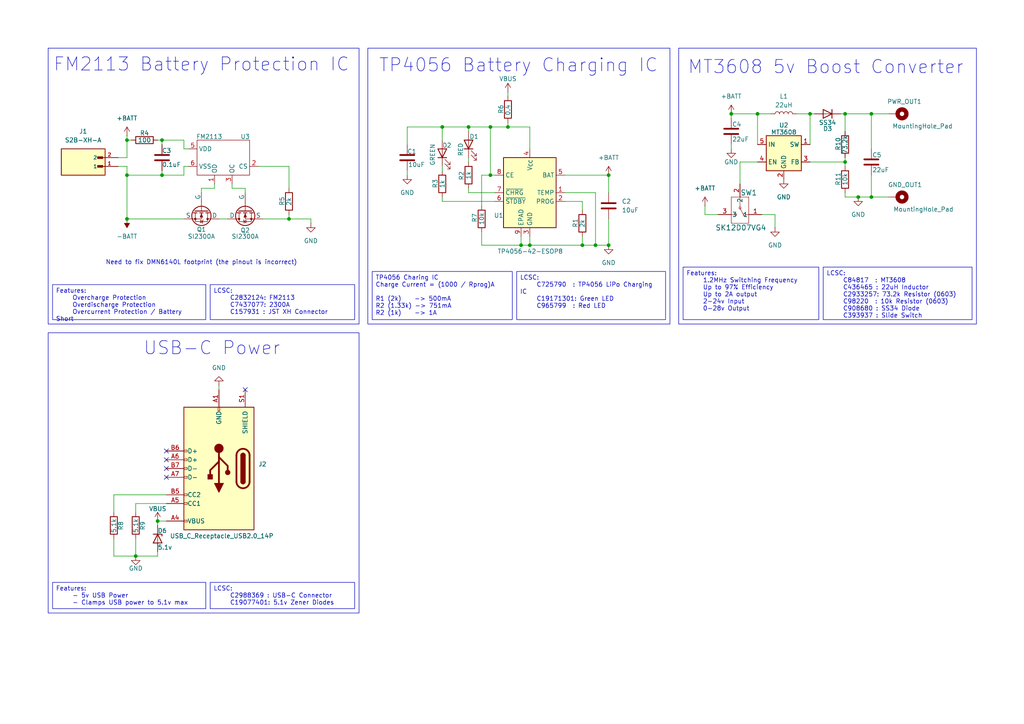
<source format=kicad_sch>
(kicad_sch (version 20250114) (generator "eeschema") (generator_version "9.0")
  (paper "A4")
  (lib_symbols
    (symbol "Battery_Management:TP4056-42-ESOP8"
      (property "Reference" "U" (at -6.604 11.684 0))
      (property "Value" "TP4056-42-ESOP8" (at 10.16 11.684 0))
      (symbol "TP4056-42-ESOP8_1_0"
        (pin input line (at -10.16 5.08 0) (length 2.54) (name "CE") (number "8"))
        (pin open_collector line (at -10.16 0 0) (length 2.54) (name "~{CHRG}") (number "7"))
        (pin open_collector line (at -10.16 -2.54 0) (length 2.54) (name "~{STDBY}") (number "6"))
        (pin passive line (at -2.54 -12.7 90) (length 2.54) (name "EPAD") (number "9"))
        (pin power_in line (at 0 12.7 270) (length 2.54) (name "V_{CC}") (number "4"))
        (pin power_in line (at 0 -12.7 90) (length 2.54) (name "GND") (number "3"))
        (pin power_out line (at 10.16 5.08 180) (length 2.54) (name "BAT") (number "5"))
        (pin input line (at 10.16 0 180) (length 2.54) (name "TEMP") (number "1"))
        (pin passive line (at 10.16 -2.54 180) (length 2.54) (name "PROG") (number "2"))
      )
      (symbol "TP4056-42-ESOP8_1_1"
        (rectangle (start -7.62 10.16) (end 7.62 -10.16) (stroke (width 0.254)) (fill (type background)))
      )
    )
    (symbol "Connector:USB_C_Receptacle_USB2.0_14P" (pin_names (offset 1.016))
      (property "Reference" "J2" (at -11.43 -1.2701 0))
      (property "Value" "USB_C_Receptacle_USB2.0_14P" (at 14.224 19.558 0))
      (symbol "USB_C_Receptacle_USB2.0_14P_0_0"
        (rectangle (start -0.254 -17.78) (end 0.254 -16.764))
        (rectangle (start 10.16 15.494) (end 9.144 14.986))
        (rectangle (start 10.16 10.414) (end 9.144 9.906))
        (rectangle (start 10.16 7.874) (end 9.144 7.366))
        (rectangle (start 10.16 2.794) (end 9.144 2.286))
        (rectangle (start 10.16 0.254) (end 9.144 -0.254))
        (rectangle (start 10.16 -2.286) (end 9.144 -2.794))
        (rectangle (start 10.16 -4.826) (end 9.144 -5.334))
      )
      (symbol "USB_C_Receptacle_USB2.0_14P_0_1"
        (rectangle (start -10.16 17.78) (end 10.16 -17.78) (stroke (width 0.254)) (fill (type background)))
        (polyline (pts (xy -8.89 -3.81) (xy -8.89 3.81)) (stroke (width 0.508)))
        (rectangle (start -7.62 -3.81) (end -6.35 3.81) (stroke (width 0.254)) (fill (type outline)))
        (arc (start -7.62 3.81) (mid -6.985 4.4423) (end -6.35 3.81) (stroke (width 0.254)))
        (arc (start -7.62 3.81) (mid -6.985 4.4423) (end -6.35 3.81) (stroke (width 0.254)) (fill (type outline)))
        (arc (start -8.89 3.81) (mid -6.985 5.7067) (end -5.08 3.81) (stroke (width 0.508)))
        (arc (start -5.08 -3.81) (mid -6.985 -5.7067) (end -8.89 -3.81) (stroke (width 0.508)))
        (arc (start -6.35 -3.81) (mid -6.985 -4.4423) (end -7.62 -3.81) (stroke (width 0.254)))
        (arc (start -6.35 -3.81) (mid -6.985 -4.4423) (end -7.62 -3.81) (stroke (width 0.254)) (fill (type outline)))
        (polyline (pts (xy -5.08 3.81) (xy -5.08 -3.81)) (stroke (width 0.508)))
        (circle (center -2.54 1.143) (radius 0.635) (stroke (width 0.254)) (fill (type outline)))
        (polyline (pts (xy -1.27 4.318) (xy 0 6.858) (xy 1.27 4.318) (xy -1.27 4.318)) (stroke (width 0.254)) (fill (type outline)))
        (polyline (pts (xy 0 -2.032) (xy 2.54 0.508) (xy 2.54 1.778)) (stroke (width 0.508)))
        (polyline (pts (xy 0 -3.302) (xy -2.54 -0.762) (xy -2.54 0.508)) (stroke (width 0.508)))
        (polyline (pts (xy 0 -5.842) (xy 0 4.318)) (stroke (width 0.508)))
        (circle (center 0 -5.842) (radius 1.27) (fill (type outline)))
        (rectangle (start 1.905 1.778) (end 3.175 3.048) (stroke (width 0.254)) (fill (type outline)))
      )
      (symbol "USB_C_Receptacle_USB2.0_14P_1_1"
        (pin passive line (at -7.62 -22.86 90) (length 5.08) (name "SHIELD") (number "S1"))
        (pin power_out line (at 0 -22.86 90) (length 5.08) (name "GND") (number "A1"))
        (pin passive line (at 0 -22.86 90) (length 5.08) (hide yes) (name "GND") (number "A12"))
        (pin passive line (at 0 -22.86 90) (length 5.08) (hide yes) (name "GND") (number "B1"))
        (pin passive line (at 0 -22.86 90) (length 5.08) (hide yes) (name "GND") (number "B12"))
        (pin power_out line (at 15.24 15.24 180) (length 5.08) (name "VBUS") (number "A4"))
        (pin passive line (at 15.24 15.24 180) (length 5.08) (hide yes) (name "VBUS") (number "A9"))
        (pin passive line (at 15.24 15.24 180) (length 5.08) (hide yes) (name "VBUS") (number "B4"))
        (pin passive line (at 15.24 15.24 180) (length 5.08) (hide yes) (name "VBUS") (number "B9"))
        (pin bidirectional line (at 15.24 10.16 180) (length 5.08) (name "CC1") (number "A5"))
        (pin bidirectional line (at 15.24 7.62 180) (length 5.08) (name "CC2") (number "B5"))
        (pin bidirectional line (at 15.24 2.54 180) (length 5.08) (name "D-") (number "A7"))
        (pin bidirectional line (at 15.24 0 180) (length 5.08) (name "D-") (number "B7"))
        (pin bidirectional line (at 15.24 -2.54 180) (length 5.08) (name "D+") (number "A6"))
        (pin bidirectional line (at 15.24 -5.08 180) (length 5.08) (name "D+") (number "B6"))
      )
    )
    (symbol "Device:C" (pin_numbers (hide yes)) (pin_names (offset 0.254))
      (property "Reference" "C" (at 0.635 2.54 0))
      (property "Value" "C" (at 0.635 -2.54 0))
      (symbol "C_0_1"
        (polyline (pts (xy -2.032 0.762) (xy 2.032 0.762)) (stroke (width 0.508)))
        (polyline (pts (xy -2.032 -0.762) (xy 2.032 -0.762)) (stroke (width 0.508)))
      )
      (symbol "C_1_1"
        (pin passive line (at 0 3.81 270) (length 2.794) (name "~") (number "1"))
        (pin passive line (at 0 -3.81 90) (length 2.794) (name "~") (number "2"))
      )
    )
    (symbol "Device:D" (pin_numbers (hide yes)) (pin_names (offset 1.016) (hide yes))
      (property "Reference" "D" (at 0 2.54 0))
      (property "Value" "D" (at 0 -2.54 0))
      (symbol "D_0_1"
        (polyline (pts (xy -1.27 1.27) (xy -1.27 -1.27)) (stroke (width 0.254)))
        (polyline (pts (xy 1.27 1.27) (xy 1.27 -1.27) (xy -1.27 0) (xy 1.27 1.27)) (stroke (width 0.254)))
        (polyline (pts (xy 1.27 0) (xy -1.27 0)))
      )
      (symbol "D_1_1"
        (pin passive line (at -3.81 0 0) (length 2.54) (name "K") (number "1"))
        (pin passive line (at 3.81 0 180) (length 2.54) (name "A") (number "2"))
      )
    )
    (symbol "Device:D_Zener" (pin_numbers (hide yes)) (pin_names (offset 1.016) (hide yes))
      (property "Reference" "D" (at 0 2.54 0))
      (property "Value" "D_Zener" (at 0 -2.54 0))
      (symbol "D_Zener_0_1"
        (polyline (pts (xy -1.27 -1.27) (xy -1.27 1.27) (xy -0.762 1.27)) (stroke (width 0.254)))
        (polyline (pts (xy 1.27 0) (xy -1.27 0)))
        (polyline (pts (xy 1.27 -1.27) (xy 1.27 1.27) (xy -1.27 0) (xy 1.27 -1.27)) (stroke (width 0.254)))
      )
      (symbol "D_Zener_1_1"
        (pin passive line (at -3.81 0 0) (length 2.54) (name "K") (number "1"))
        (pin passive line (at 3.81 0 180) (length 2.54) (name "A") (number "2"))
      )
    )
    (symbol "Device:L" (pin_numbers (hide yes)) (pin_names (offset 1.016) (hide yes))
      (property "Reference" "L" (at -1.27 0 90))
      (property "Value" "L" (at 1.905 0 90))
      (symbol "L_0_1"
        (arc (start 0 2.54) (mid 0.6323 1.905) (end 0 1.27))
        (arc (start 0 1.27) (mid 0.6323 0.635) (end 0 0))
        (arc (start 0 0) (mid 0.6323 -0.635) (end 0 -1.27))
        (arc (start 0 -1.27) (mid 0.6323 -1.905) (end 0 -2.54))
      )
      (symbol "L_1_1"
        (pin passive line (at 0 3.81 270) (length 1.27) (name "1") (number "1"))
        (pin passive line (at 0 -3.81 90) (length 1.27) (name "2") (number "2"))
      )
    )
    (symbol "Device:LED" (pin_numbers (hide yes)) (pin_names (offset 1.016) (hide yes))
      (property "Reference" "D" (at 0 2.54 0))
      (property "Value" "LED" (at 0 -2.54 0))
      (symbol "LED_0_1"
        (polyline (pts (xy -3.048 -0.762) (xy -4.572 -2.286) (xy -3.81 -2.286) (xy -4.572 -2.286) (xy -4.572 -1.524)))
        (polyline (pts (xy -1.778 -0.762) (xy -3.302 -2.286) (xy -2.54 -2.286) (xy -3.302 -2.286) (xy -3.302 -1.524)))
        (polyline (pts (xy -1.27 0) (xy 1.27 0)))
        (polyline (pts (xy -1.27 -1.27) (xy -1.27 1.27)) (stroke (width 0.254)))
        (polyline (pts (xy 1.27 -1.27) (xy 1.27 1.27) (xy -1.27 0) (xy 1.27 -1.27)) (stroke (width 0.254)))
      )
      (symbol "LED_1_1"
        (pin passive line (at -3.81 0 0) (length 2.54) (name "K") (number "1"))
        (pin passive line (at 3.81 0 180) (length 2.54) (name "A") (number "2"))
      )
    )
    (symbol "Device:R" (pin_numbers (hide yes)) (pin_names (offset 0))
      (property "Reference" "R" (at 2.032 0 90))
      (property "Value" "R" (at 0 0 90))
      (symbol "R_0_1"
        (rectangle (start -1.016 -2.54) (end 1.016 2.54) (stroke (width 0.254)))
      )
      (symbol "R_1_1"
        (pin passive line (at 0 3.81 270) (length 1.27) (name "~") (number "1"))
        (pin passive line (at 0 -3.81 90) (length 1.27) (name "~") (number "2"))
      )
    )
    (symbol "JST_XH:S2B-XH-A" (pin_names (offset 1.016))
      (property "Reference" "J" (at -6.85 5.08 0))
      (property "Value" "S2B-XH-A" (at -6.35 -5.08 0))
      (symbol "S2B-XH-A_0_0"
        (rectangle (start -6.35 -2.54) (end 6.35 5.08) (stroke (width 0.254)) (fill (type background)))
        (rectangle (start -5.715 2.2225) (end -4.1275 2.8575) (stroke (width 0.1)) (fill (type outline)))
        (rectangle (start -5.715 -0.3175) (end -4.1275 0.3175) (stroke (width 0.1)) (fill (type outline)))
        (pin passive line (at -10.16 2.54 0) (length 5.08) (name "1") (number "1"))
        (pin passive line (at -10.16 0 0) (length 5.08) (name "2") (number "2"))
      )
    )
    (symbol "Mechanical:MountingHole_Pad" (pin_numbers (hide yes)) (pin_names (offset 1.016) (hide yes)) (exclude_from_sim yes) (in_bom no)
      (property "Reference" "H" (at 0 6.35 0))
      (property "Value" "MountingHole_Pad" (at 0 4.445 0))
      (symbol "MountingHole_Pad_0_1"
        (circle (center 0 1.27) (radius 1.27) (stroke (width 1.27)))
      )
      (symbol "MountingHole_Pad_1_1"
        (pin input line (at 0 -2.54 90) (length 2.54) (name "1") (number "1"))
      )
    )
    (symbol "New_Library:FM2113"
      (property "Reference" "U3" (at 7.62 -0.254 0))
      (property "Value" "FM2113" (at -2.794 -0.254 0))
      (symbol "FM2113_0_1"
        (rectangle (start -6.35 -1.27) (end 8.89 -11.43))
      )
      (symbol "FM2113_1_1"
        (pin input line (at -8.89 -3.81 0) (length 2.54) (name "VDD") (number "5"))
        (pin input line (at -8.89 -8.89 0) (length 2.54) (name "VSS") (number "6"))
        (pin output line (at -1.27 -13.97 90) (length 2.54) (name "OD") (number "1"))
        (pin output line (at 3.81 -13.97 90) (length 2.54) (name "OC") (number "3"))
        (pin input line (at 11.43 -8.89 180) (length 2.54) (name "CS") (number "2"))
      )
    )
    (symbol "Regulator_Switching:MT3608"
      (property "Reference" "U" (at -2.54 8.89 0))
      (property "Value" "MT3608" (at -3.81 6.35 0))
      (symbol "MT3608_0_1"
        (rectangle (start -5.08 5.08) (end 5.08 -5.08) (stroke (width 0.254)) (fill (type background)))
      )
      (symbol "MT3608_1_1"
        (pin power_in line (at -7.62 2.54 0) (length 2.54) (name "IN") (number "5"))
        (pin input line (at -7.62 -2.54 0) (length 2.54) (name "EN") (number "4"))
        (pin power_in line (at 0 -7.62 90) (length 2.54) (name "GND") (number "2"))
        (pin no_connect line (at 5.08 0 180) (length 2.54) (hide yes) (name "NC") (number "6"))
        (pin passive line (at 7.62 2.54 180) (length 2.54) (name "SW") (number "1"))
        (pin input line (at 7.62 -2.54 180) (length 2.54) (name "FB") (number "3"))
      )
    )
    (symbol "Simulation_SPICE:NMOS" (pin_numbers (hide yes)) (pin_names (offset 0))
      (property "Reference" "Q" (at 5.08 1.27 0))
      (property "Value" "NMOS" (at 5.08 -1.27 0))
      (symbol "NMOS_0_1"
        (polyline (pts (xy 0.254 1.905) (xy 0.254 -1.905)) (stroke (width 0.254)))
        (polyline (pts (xy 0.254 0) (xy -2.54 0)))
        (polyline (pts (xy 0.762 2.286) (xy 0.762 1.27)) (stroke (width 0.254)))
        (polyline (pts (xy 0.762 0.508) (xy 0.762 -0.508)) (stroke (width 0.254)))
        (polyline (pts (xy 0.762 -1.27) (xy 0.762 -2.286)) (stroke (width 0.254)))
        (polyline (pts (xy 0.762 -1.778) (xy 3.302 -1.778) (xy 3.302 1.778) (xy 0.762 1.778)))
        (polyline (pts (xy 1.016 0) (xy 2.032 0.381) (xy 2.032 -0.381) (xy 1.016 0)) (fill (type outline)))
        (circle (center 1.651 0) (radius 2.794) (stroke (width 0.254)))
        (polyline (pts (xy 2.54 2.54) (xy 2.54 1.778)))
        (circle (center 2.54 1.778) (radius 0.254) (fill (type outline)))
        (circle (center 2.54 -1.778) (radius 0.254) (fill (type outline)))
        (polyline (pts (xy 2.54 -2.54) (xy 2.54 0) (xy 0.762 0)))
        (polyline (pts (xy 2.794 0.508) (xy 2.921 0.381) (xy 3.683 0.381) (xy 3.81 0.254)))
        (polyline (pts (xy 3.302 0.381) (xy 2.921 -0.254) (xy 3.683 -0.254) (xy 3.302 0.381)))
      )
      (symbol "NMOS_1_1"
        (pin input line (at -5.08 0 0) (length 2.54) (name "G") (number "2"))
        (pin passive line (at 2.54 5.08 270) (length 2.54) (name "D") (number "1"))
        (pin passive line (at 2.54 -5.08 90) (length 2.54) (name "S") (number "3"))
      )
    )
    (symbol "SlideSwitch:OS102011MA1QN1" (pin_names (offset 0.254))
      (property "Reference" "SW1" (at 7.62 -6.35 0))
      (property "Value" "SK12D07VG4" (at 9.906 3.81 0))
      (symbol "OS102011MA1QN1_0_1"
        (polyline (pts (xy 7.62 2.54) (xy 7.62 -5.08)) (stroke (width 0.127)))
        (polyline (pts (xy 7.62 0) (xy 8.5725 0)) (stroke (width 0.127)))
        (polyline (pts (xy 7.62 -5.08) (xy 12.7 -5.08)) (stroke (width 0.127)))
        (circle (center 8.89 0) (radius 0.3048) (stroke (width 0.127)))
        (polyline (pts (xy 10.16 -1.905) (xy 8.89 0.635)) (stroke (width 0.127)))
        (circle (center 10.16 -1.905) (radius 0.3048) (stroke (width 0.127)))
        (polyline (pts (xy 10.16 -2.54) (xy 10.16 -2.2098)) (stroke (width 0.127)))
        (polyline (pts (xy 10.16 -2.54) (xy 10.16 -5.08)) (stroke (width 0.127)))
        (circle (center 11.43 0) (radius 0.3048) (stroke (width 0.127)))
        (polyline (pts (xy 11.7475 0) (xy 12.7 0)) (stroke (width 0.127)))
        (polyline (pts (xy 12.7 2.54) (xy 7.62 2.54)) (stroke (width 0.127)))
        (polyline (pts (xy 12.7 -5.08) (xy 12.7 2.54)) (stroke (width 0.127)))
      )
      (symbol "OS102011MA1QN1_1_1"
        (pin input line (at 3.81 0 0) (length 3.81) (name "1") (number "1"))
        (pin output line (at 10.16 -8.89 90) (length 3.81) (name "2") (number "2"))
        (pin input line (at 16.51 0 180) (length 3.81) (name "3") (number "3"))
      )
    )
    (symbol "power:+BATT" (power) (pin_numbers (hide yes)) (pin_names (offset 0) (hide yes))
      (property "Value" "+BATT" (at 0 3.556 0))
      (symbol "+BATT_0_1"
        (polyline (pts (xy -0.762 1.27) (xy 0 2.54)))
        (polyline (pts (xy 0 2.54) (xy 0.762 1.27)))
        (polyline (pts (xy 0 0) (xy 0 2.54)))
      )
      (symbol "+BATT_1_1"
        (pin power_in line (at 0 0 90) (length 0) (name "~") (number "1"))
      )
    )
    (symbol "power:-BATT" (power) (pin_numbers (hide yes)) (pin_names (offset 0) (hide yes))
      (property "Value" "-BATT" (at 0 3.556 0))
      (symbol "-BATT_0_1"
        (polyline (pts (xy 0 0) (xy 0 2.54)))
        (polyline (pts (xy 0.762 1.27) (xy -0.762 1.27) (xy 0 2.54) (xy 0.762 1.27)) (fill (type outline)))
      )
      (symbol "-BATT_1_1"
        (pin power_in line (at 0 0 90) (length 0) (name "~") (number "1"))
      )
    )
    (symbol "power:GND" (power) (pin_numbers (hide yes)) (pin_names (offset 0) (hide yes))
      (property "Value" "GND" (at 0 -3.81 0))
      (symbol "GND_0_1"
        (polyline (pts (xy 0 0) (xy 0 -1.27) (xy 1.27 -1.27) (xy 0 -2.54) (xy -1.27 -1.27) (xy 0 -1.27)))
      )
      (symbol "GND_1_1"
        (pin power_in line (at 0 0 270) (length 0) (name "~") (number "1"))
      )
    )
    (symbol "power:VBUS" (power) (pin_numbers (hide yes)) (pin_names (offset 0) (hide yes))
      (property "Value" "VBUS" (at 0 3.556 0))
      (symbol "VBUS_0_1"
        (polyline (pts (xy -0.762 1.27) (xy 0 2.54)))
        (polyline (pts (xy 0 2.54) (xy 0.762 1.27)))
        (polyline (pts (xy 0 0) (xy 0 2.54)))
      )
      (symbol "VBUS_1_1"
        (pin power_in line (at 0 0 90) (length 0) (name "~") (number "1"))
      )
    )
  )
  (rectangle (start 13.97 13.97) (end 104.14 93.98))
  (rectangle (start 196.85 13.97) (end 283.21 93.98))
  (rectangle (start 13.97 96.52) (end 104.14 177.8))
  (rectangle (start 106.68 13.97) (end 194.31 93.98))
  (text "FM2113 Battery Protection IC" (at 58.42 18.796 0) (effects (font (size 3.81 3.81))))
  (text "Need to fix DMN6140L footprint (the pinout is incorrect)" (at 58.42 76.2 0) (effects (font (size 1.27 1.27))))
  (text "MT3608 5v Boost Converter" (at 239.522 19.558 0) (effects (font (size 3.81 3.81))))
  (text "USB-C Power" (at 61.468 101.092 0) (effects (font (size 3.81 3.81))))
  (text "TP4056 Battery Charging IC\n" (at 150.368 19.05 0) (effects (font (size 3.81 3.81))))
  (text_box "LCSC:\n	C84817  : MT3608\n	C436465 : 22uH Inductor\n	C2933257: 73.2k Resistor (0603)\n	C98220  : 10k Resistor (0603)\n	C908680 : SS34 Diode\n	C393937 : Slide Switch" (at 238.76 77.47 0) (size 43.18 15.24) (margins 0.9525 0.9525 0.9525 0.9525) (effects (font (size 1.27 1.27)) (justify left top)))
  (text_box "Features:\n	Overcharge Protection\n	Overdischarge Protection\n	Overcurrent Protection / Battery Short" (at 15.24 82.55 0) (size 44.45 10.16) (margins 0.9525 0.9525 0.9525 0.9525) (effects (font (size 1.27 1.27)) (justify left top)))
  (text_box "Features:\n	1.2MHz Switching Frequency\n	Up to 97% Efficiency\n	Up to 2A output\n	2-24v Input\n	0-28v Output" (at 198.12 77.47 0) (size 39.37 15.24) (margins 0.9525 0.9525 0.9525 0.9525) (effects (font (size 1.27 1.27)) (justify left top)))
  (text_box "LCSC:\n	C2988369 : USB-C Connector\n	C19077401: 5.1v Zener Diodes" (at 60.96 168.91 0) (size 41.91 7.62) (margins 0.9525 0.9525 0.9525 0.9525) (effects (font (size 1.27 1.27)) (justify left top)))
  (text_box "TP4056 Charing IC\nCharge Current = (1000 / Rprog)A\n\nR1 (2k)    -> 500mA\nR2 (1.33k) -> 751mA\nR2 (1k)    -> 1A" (at 107.95 78.74 0) (size 40.64 13.97) (margins 0.9525 0.9525 0.9525 0.9525) (effects (font (size 1.27 1.27)) (justify left top)))
  (text_box "LCSC:\n	C2832124: FM2113\n	C7437077: 2300A\n	C157931 : JST XH Connector" (at 60.96 82.55 0) (size 41.91 10.16) (margins 0.9525 0.9525 0.9525 0.9525) (effects (font (size 1.27 1.27)) (justify left top)))
  (text_box "LCSC:\n	C725790  : TP4056 LiPo Charging IC\n	C19171301: Green LED\n	C965799  : Red LED" (at 149.86 78.74 0) (size 43.18 13.97) (margins 0.9525 0.9525 0.9525 0.9525) (effects (font (size 1.27 1.27)) (justify left top)))
  (text_box "Features:\n	- 5v USB Power\n	- Clamps USB power to 5.1v max\n" (at 15.24 168.91 0) (size 44.45 7.62) (margins 0.9525 0.9525 0.9525 0.9525) (effects (font (size 1.27 1.27)) (justify left top)))
  (junction (at 252.73 33.02))
  (junction (at 135.89 36.83))
  (junction (at 234.95 33.02))
  (junction (at 45.72 151.13))
  (junction (at 142.24 36.83))
  (junction (at 219.71 33.02))
  (junction (at 245.11 33.02))
  (junction (at 36.83 50.8))
  (junction (at 83.82 63.5))
  (junction (at 142.24 50.8))
  (junction (at 176.53 50.8))
  (junction (at 39.37 161.29))
  (junction (at 128.27 36.83))
  (junction (at 168.91 71.12))
  (junction (at 176.53 71.12))
  (junction (at 147.32 36.83))
  (junction (at 46.99 50.8))
  (junction (at 252.73 57.15))
  (junction (at 172.72 71.12))
  (junction (at 245.11 46.99))
  (junction (at 212.09 33.02))
  (junction (at 46.99 40.64))
  (junction (at 36.83 63.5))
  (junction (at 248.92 57.15))
  (junction (at 151.13 71.12))
  (junction (at 36.83 40.64))
  (junction (at 153.67 71.12))
  (no_connect (at 48.26 133.35))
  (no_connect (at 71.12 113.03))
  (no_connect (at 48.26 135.89))
  (no_connect (at 48.26 130.81))
  (no_connect (at 48.26 138.43))
  (wire (pts (xy 33.02 143.51) (xy 48.26 143.51)))
  (wire (pts (xy 45.72 160.02) (xy 45.72 161.29)))
  (wire (pts (xy 212.09 43.18) (xy 212.09 41.91)))
  (wire (pts (xy 139.7 50.8) (xy 142.24 50.8)))
  (wire (pts (xy 62.23 53.34) (xy 62.23 54.61)))
  (wire (pts (xy 245.11 46.99) (xy 245.11 48.26)))
  (wire (pts (xy 176.53 71.12) (xy 172.72 71.12)))
  (wire (pts (xy 143.51 58.42) (xy 128.27 58.42)))
  (wire (pts (xy 248.92 57.15) (xy 252.73 57.15)))
  (wire (pts (xy 168.91 58.42) (xy 168.91 60.96)))
  (wire (pts (xy 163.83 50.8) (xy 176.53 50.8)))
  (wire (pts (xy 46.99 50.8) (xy 53.34 50.8)))
  (wire (pts (xy 118.11 41.91) (xy 118.11 36.83)))
  (wire (pts (xy 67.31 54.61) (xy 71.12 54.61)))
  (wire (pts (xy 76.2 63.5) (xy 83.82 63.5)))
  (wire (pts (xy 147.32 35.56) (xy 147.32 36.83)))
  (wire (pts (xy 36.83 50.8) (xy 46.99 50.8)))
  (wire (pts (xy 231.14 33.02) (xy 234.95 33.02)))
  (wire (pts (xy 139.7 67.31) (xy 139.7 71.12)))
  (wire (pts (xy 153.67 36.83) (xy 153.67 43.18)))
  (wire (pts (xy 53.34 43.18) (xy 53.34 40.64)))
  (wire (pts (xy 143.51 50.8) (xy 142.24 50.8)))
  (wire (pts (xy 53.34 50.8) (xy 53.34 48.26)))
  (wire (pts (xy 245.11 33.02) (xy 245.11 38.1)))
  (wire (pts (xy 54.61 43.18) (xy 53.34 43.18)))
  (wire (pts (xy 234.95 41.91) (xy 234.95 33.02)))
  (wire (pts (xy 234.95 46.99) (xy 245.11 46.99)))
  (wire (pts (xy 142.24 36.83) (xy 147.32 36.83)))
  (wire (pts (xy 252.73 33.02) (xy 252.73 43.18)))
  (wire (pts (xy 48.26 146.05) (xy 39.37 146.05)))
  (wire (pts (xy 45.72 40.64) (xy 46.99 40.64)))
  (wire (pts (xy 204.47 59.69) (xy 204.47 62.23)))
  (wire (pts (xy 243.84 33.02) (xy 245.11 33.02)))
  (wire (pts (xy 63.5 63.5) (xy 66.04 63.5)))
  (wire (pts (xy 234.95 33.02) (xy 236.22 33.02)))
  (wire (pts (xy 153.67 71.12) (xy 168.91 71.12)))
  (wire (pts (xy 46.99 49.53) (xy 46.99 50.8)))
  (wire (pts (xy 36.83 48.26) (xy 36.83 50.8)))
  (wire (pts (xy 38.1 40.64) (xy 36.83 40.64)))
  (wire (pts (xy 128.27 58.42) (xy 128.27 57.15)))
  (wire (pts (xy 118.11 49.53) (xy 118.11 50.8)))
  (wire (pts (xy 153.67 68.58) (xy 153.67 71.12)))
  (wire (pts (xy 33.02 161.29) (xy 33.02 156.21)))
  (wire (pts (xy 212.09 33.02) (xy 219.71 33.02)))
  (wire (pts (xy 224.79 62.23) (xy 220.98 62.23)))
  (wire (pts (xy 36.83 50.8) (xy 36.83 63.5)))
  (wire (pts (xy 257.81 33.02) (xy 252.73 33.02)))
  (wire (pts (xy 135.89 45.72) (xy 135.89 46.99)))
  (wire (pts (xy 142.24 36.83) (xy 142.24 50.8)))
  (wire (pts (xy 135.89 55.88) (xy 135.89 54.61)))
  (wire (pts (xy 139.7 59.69) (xy 139.7 50.8)))
  (wire (pts (xy 128.27 48.26) (xy 128.27 49.53)))
  (wire (pts (xy 83.82 63.5) (xy 83.82 62.23)))
  (wire (pts (xy 53.34 48.26) (xy 54.61 48.26)))
  (wire (pts (xy 36.83 39.37) (xy 36.83 40.64)))
  (wire (pts (xy 45.72 151.13) (xy 45.72 152.4)))
  (wire (pts (xy 33.02 161.29) (xy 39.37 161.29)))
  (wire (pts (xy 39.37 146.05) (xy 39.37 148.59)))
  (wire (pts (xy 135.89 36.83) (xy 142.24 36.83)))
  (wire (pts (xy 248.92 57.15) (xy 245.11 57.15)))
  (wire (pts (xy 46.99 40.64) (xy 53.34 40.64)))
  (wire (pts (xy 36.83 63.5) (xy 53.34 63.5)))
  (wire (pts (xy 176.53 63.5) (xy 176.53 71.12)))
  (wire (pts (xy 252.73 33.02) (xy 245.11 33.02)))
  (wire (pts (xy 90.17 64.77) (xy 90.17 63.5)))
  (wire (pts (xy 63.5 111.76) (xy 63.5 113.03)))
  (wire (pts (xy 33.02 143.51) (xy 33.02 148.59)))
  (wire (pts (xy 62.23 54.61) (xy 58.42 54.61)))
  (wire (pts (xy 163.83 55.88) (xy 172.72 55.88)))
  (wire (pts (xy 34.29 45.72) (xy 36.83 45.72)))
  (wire (pts (xy 252.73 50.8) (xy 252.73 57.15)))
  (wire (pts (xy 118.11 36.83) (xy 128.27 36.83)))
  (wire (pts (xy 214.63 46.99) (xy 214.63 53.34)))
  (wire (pts (xy 143.51 55.88) (xy 135.89 55.88)))
  (wire (pts (xy 139.7 71.12) (xy 151.13 71.12)))
  (wire (pts (xy 58.42 54.61) (xy 58.42 55.88)))
  (wire (pts (xy 219.71 33.02) (xy 223.52 33.02)))
  (wire (pts (xy 212.09 34.29) (xy 212.09 33.02)))
  (wire (pts (xy 128.27 36.83) (xy 135.89 36.83)))
  (wire (pts (xy 172.72 55.88) (xy 172.72 71.12)))
  (wire (pts (xy 147.32 26.67) (xy 147.32 27.94)))
  (wire (pts (xy 83.82 48.26) (xy 74.93 48.26)))
  (wire (pts (xy 151.13 68.58) (xy 151.13 71.12)))
  (wire (pts (xy 257.81 57.15) (xy 252.73 57.15)))
  (wire (pts (xy 39.37 161.29) (xy 45.72 161.29)))
  (wire (pts (xy 151.13 71.12) (xy 153.67 71.12)))
  (wire (pts (xy 172.72 71.12) (xy 168.91 71.12)))
  (wire (pts (xy 46.99 41.91) (xy 46.99 40.64)))
  (wire (pts (xy 245.11 45.72) (xy 245.11 46.99)))
  (wire (pts (xy 176.53 55.88) (xy 176.53 50.8)))
  (wire (pts (xy 168.91 71.12) (xy 168.91 68.58)))
  (wire (pts (xy 245.11 57.15) (xy 245.11 55.88)))
  (wire (pts (xy 67.31 53.34) (xy 67.31 54.61)))
  (wire (pts (xy 34.29 48.26) (xy 36.83 48.26)))
  (wire (pts (xy 83.82 48.26) (xy 83.82 54.61)))
  (wire (pts (xy 39.37 156.21) (xy 39.37 161.29)))
  (wire (pts (xy 48.26 151.13) (xy 45.72 151.13)))
  (wire (pts (xy 219.71 41.91) (xy 219.71 33.02)))
  (wire (pts (xy 128.27 40.64) (xy 128.27 36.83)))
  (wire (pts (xy 71.12 54.61) (xy 71.12 55.88)))
  (wire (pts (xy 163.83 58.42) (xy 168.91 58.42)))
  (wire (pts (xy 36.83 40.64) (xy 36.83 45.72)))
  (wire (pts (xy 135.89 38.1) (xy 135.89 36.83)))
  (wire (pts (xy 147.32 36.83) (xy 153.67 36.83)))
  (wire (pts (xy 214.63 46.99) (xy 219.71 46.99)))
  (wire (pts (xy 90.17 63.5) (xy 83.82 63.5)))
  (wire (pts (xy 224.79 66.04) (xy 224.79 62.23)))
  (wire (pts (xy 204.47 62.23) (xy 208.28 62.23)))
  (symbol (lib_id "Simulation_SPICE:NMOS") (at 71.12 60.96 90) (mirror x) (unit 1)
    (property "Reference" "Q2" (at 71.12 66.802 90))
    (property "Value" "SI2300A" (at 71.12 68.58 90))
    (property "Footprint" "Package_TO_SOT_SMD:SOT-23_Handsoldering" (effects (hide yes)))
    (property "Datasheet" "https://ngspice.sourceforge.io/docs/ngspice-html-manual/manual.xhtml#cha_MOSFETs" (effects (hide yes)))
    (property "Description" "N-MOSFET transistor, drain/source/gate" (effects (hide yes)))
    (property "Sim.Device" "NMOS" (effects (hide yes)))
    (property "Sim.Type" "VDMOS" (effects (hide yes)))
    (property "Sim.Pins" "1=D 2=G 3=S" (effects (hide yes)))
    (property "LCSC Part #" "C347480" (effects (hide yes)))
  )
  (symbol (lib_id "Device:C") (at 212.09 38.1 0) (unit 1)
    (property "Reference" "C4" (at 212.344 36.068 0) (effects (justify left)))
    (property "Value" "22uF" (at 212.344 40.386 0) (effects (justify left)))
    (property "Footprint" "Capacitor_SMD:C_0603_1608Metric_Pad1.08x0.95mm_HandSolder" (effects (hide yes)))
    (property "Description" "Unpolarized capacitor" (effects (hide yes)))
    (property "LCSC Part #" "C59461" (effects (hide yes)))
  )
  (symbol (lib_id "power:GND") (at 227.33 52.07 0) (unit 1)
    (property "Reference" "#PWR04" (effects (hide yes)))
    (property "Value" "GND" (at 227.33 57.15 0))
    (property "Description" "Power symbol creates a global label with name \"GND\" , ground" (effects (hide yes)))
  )
  (symbol (lib_id "Device:LED") (at 135.89 41.91 90) (unit 1)
    (property "Reference" "D1" (at 136.144 39.624 90) (effects (justify right)))
    (property "Value" "RED" (at 133.604 41.402 0) (effects (justify right)))
    (property "Footprint" "LED_SMD:LED_0603_1608Metric_Pad1.05x0.95mm_HandSolder" (effects (hide yes)))
    (property "Description" "Light emitting diode" (effects (hide yes)))
    (property "Sim.Pins" "1=K 2=A" (effects (hide yes)))
    (property "LCSC Part #" "C965799" (effects (hide yes)))
  )
  (symbol (lib_id "Device:C") (at 252.73 46.99 0) (unit 1)
    (property "Reference" "C5" (at 252.984 44.958 0) (effects (justify left)))
    (property "Value" "22uF" (at 252.984 49.276 0) (effects (justify left)))
    (property "Footprint" "Capacitor_SMD:C_0603_1608Metric_Pad1.08x0.95mm_HandSolder" (effects (hide yes)))
    (property "Description" "Unpolarized capacitor" (effects (hide yes)))
    (property "LCSC Part #" "C59461" (effects (hide yes)))
  )
  (symbol (lib_id "Mechanical:MountingHole_Pad") (at 260.35 33.02 270) (unit 1) (exclude_from_sim yes) (in_bom no)
    (property "Reference" "PWR_OUT1" (at 257.302 29.464 90) (effects (justify left)))
    (property "Value" "MountingHole_Pad" (at 258.826 36.576 90) (effects (justify left)))
    (property "Footprint" "MountingHole:MountingHole_2.2mm_M2_DIN965_Pad" (effects (hide yes)))
    (property "Description" "Mounting Hole with connection" (effects (hide yes)))
  )
  (symbol (lib_id "Device:R") (at 128.27 53.34 0) (unit 1)
    (property "Reference" "R3" (at 126.238 54.61 90) (effects (justify left)))
    (property "Value" "1k" (at 128.27 54.61 90) (effects (justify left)))
    (property "Footprint" "Resistor_SMD:R_0603_1608Metric_Pad0.98x0.95mm_HandSolder" (effects (hide yes)))
    (property "Description" "Resistor" (effects (hide yes)))
    (property "LCSC Part #" "C103198" (effects (hide yes)))
  )
  (symbol (lib_id "Battery_Management:TP4056-42-ESOP8") (at 153.67 55.88 0) (unit 1)
    (property "Reference" "U1" (at 143.256 62.484 0) (effects (justify left)))
    (property "Value" "TP4056-42-ESOP8" (at 144.272 72.898 0) (effects (justify left)))
    (property "Footprint" "Package_SO:SOIC-8-1EP_3.9x4.9mm_P1.27mm_EP2.41x3.3mm_ThermalVias" (effects (hide yes)))
    (property "Datasheet" "https://www.lcsc.com/datasheet/lcsc_datasheet_2410121619_TOPPOWER-Nanjing-Extension-Microelectronics-TP4056-42-ESOP8_C16581.pdf" (effects (hide yes)))
    (property "Description" "1A Standalone Linear Li-ion/LiPo single-cell battery charger, 4.2V ±1% charge voltage, VCC = 4.0..8.0V, SOIC-8 (SOP-8)" (effects (hide yes)))
    (property "LCSC Part #" "C725790" (effects (hide yes)))
  )
  (symbol (lib_id "SlideSwitch:OS102011MA1QN1") (at 224.79 62.23 180) (unit 1)
    (property "Reference" "SW1" (at 217.17 55.88 0) (effects (font (size 1.524 1.524))))
    (property "Value" "SK12D07VG4" (at 214.884 66.04 0) (effects (font (size 1.524 1.524))))
    (property "Footprint" "a_Library:SK12D07VG4 - (SlideSwitch)" (effects (hide yes)))
    (property "Datasheet" "OS102011MA1QN1" (effects (hide yes)))
    (property "LCSC Part #" "C393937" (effects (hide yes)))
  )
  (symbol (lib_id "Device:R") (at 139.7 63.5 0) (unit 1)
    (property "Reference" "R7" (at 137.668 64.516 90) (effects (justify left)))
    (property "Value" "10k" (at 139.7 65.278 90) (effects (justify left)))
    (property "Footprint" "Resistor_SMD:R_0603_1608Metric_Pad0.98x0.95mm_HandSolder" (effects (hide yes)))
    (property "Description" "Resistor" (effects (hide yes)))
    (property "LCSC Part #" "C98220" (effects (hide yes)))
  )
  (symbol (lib_id "Device:R") (at 168.91 64.77 0) (unit 1)
    (property "Reference" "R1" (at 166.878 66.04 90) (effects (justify left)))
    (property "Value" "2k" (at 168.91 66.04 90) (effects (justify left)))
    (property "Footprint" "Resistor_SMD:R_0603_1608Metric_Pad0.98x0.95mm_HandSolder" (effects (hide yes)))
    (property "Description" "Resistor" (effects (hide yes)))
    (property "LCSC Part #" "C2907022" (effects (hide yes)))
  )
  (symbol (lib_id "power:GND") (at 63.5 111.76 180) (unit 1)
    (property "Reference" "#PWR09" (effects (hide yes)))
    (property "Value" "GND" (at 63.5 106.68 0))
    (property "Description" "Power symbol creates a global label with name \"GND\" , ground" (effects (hide yes)))
  )
  (symbol (lib_id "JST_XH:S2B-XH-A") (at 24.13 45.72 180) (unit 1)
    (property "Reference" "J1" (at 24.13 38.1 0))
    (property "Value" "S2B-XH-A" (at 24.13 40.64 0))
    (property "Footprint" "a_Library:JST_S2B-XH-A" (effects (hide yes)))
    (property "MANUFACTURER" "JST" (effects (hide yes)))
    (property "LCSC Part #" "C157931" (effects (hide yes)))
  )
  (symbol (lib_id "power:GND") (at 224.79 66.04 0) (unit 1)
    (property "Reference" "#PWR017" (effects (hide yes)))
    (property "Value" "GND" (at 224.79 71.12 0))
    (property "Description" "Power symbol creates a global label with name \"GND\" , ground" (effects (hide yes)))
  )
  (symbol (lib_id "power:GND") (at 39.37 161.29 0) (unit 1)
    (property "Reference" "#PWR010" (effects (hide yes)))
    (property "Value" "GND" (at 39.37 164.846 0))
    (property "Description" "Power symbol creates a global label with name \"GND\" , ground" (effects (hide yes)))
  )
  (symbol (lib_id "Regulator_Switching:MT3608") (at 227.33 44.45 0) (unit 1)
    (property "Reference" "U2" (at 227.33 36.322 0))
    (property "Value" "MT3608" (at 227.33 38.354 0))
    (property "Footprint" "Package_TO_SOT_SMD:SOT-23-6" (effects (hide yes)))
    (property "Datasheet" "https://www.olimex.com/Products/Breadboarding/BB-PWR-3608/resources/MT3608.pdf" (effects (hide yes)))
    (property "Description" "High Efficiency 1.2MHz 2A Step Up Converter, 2-24V Vin, 28V Vout, 4A current limit, 1.2MHz, SOT23-6" (effects (hide yes)))
    (property "LCSC Part #" "C84817" (effects (hide yes)))
  )
  (symbol (lib_id "Device:LED") (at 128.27 44.45 90) (unit 1)
    (property "Reference" "D2" (at 128.27 42.164 90) (effects (justify right)))
    (property "Value" "GREEN" (at 125.476 41.656 0) (effects (justify right)))
    (property "Footprint" "LED_SMD:LED_0603_1608Metric_Pad1.05x0.95mm_HandSolder" (effects (hide yes)))
    (property "Description" "Light emitting diode" (effects (hide yes)))
    (property "Sim.Pins" "1=K 2=A" (effects (hide yes)))
    (property "LCSC Part #" "C19171301" (effects (hide yes)))
  )
  (symbol (lib_id "power:GND") (at 118.11 50.8 0) (unit 1)
    (property "Reference" "#PWR02" (effects (hide yes)))
    (property "Value" "GND" (at 118.11 55.88 0))
    (property "Description" "Power symbol creates a global label with name \"GND\" , ground" (effects (hide yes)))
  )
  (symbol (lib_id "Device:D") (at 240.03 33.02 180) (unit 1)
    (property "Reference" "D3" (at 240.03 37.338 0))
    (property "Value" "SS34" (at 240.03 35.56 0))
    (property "Footprint" "Diode_SMD:D_SMA-SMB_Universal_Handsoldering" (effects (hide yes)))
    (property "Description" "Diode" (effects (hide yes)))
    (property "Sim.Device" "D" (effects (hide yes)))
    (property "Sim.Pins" "1=K 2=A" (effects (hide yes)))
    (property "LCSC Part #" "C908680" (effects (hide yes)))
  )
  (symbol (lib_id "power:GND") (at 212.09 43.18 0) (unit 1)
    (property "Reference" "#PWR012" (effects (hide yes)))
    (property "Value" "GND" (at 212.09 46.99 0))
    (property "Description" "Power symbol creates a global label with name \"GND\" , ground" (effects (hide yes)))
  )
  (symbol (lib_id "Device:R") (at 135.89 50.8 0) (unit 1)
    (property "Reference" "R2" (at 133.858 52.324 90) (effects (justify left)))
    (property "Value" "1k" (at 135.89 52.07 90) (effects (justify left)))
    (property "Footprint" "Resistor_SMD:R_0603_1608Metric_Pad0.98x0.95mm_HandSolder" (effects (hide yes)))
    (property "Description" "Resistor" (effects (hide yes)))
    (property "LCSC Part #" "C103198" (effects (hide yes)))
  )
  (symbol (lib_id "Device:C") (at 46.99 45.72 0) (unit 1)
    (property "Reference" "C3" (at 46.99 43.688 0) (effects (justify left)))
    (property "Value" "0.1uF" (at 46.99 47.752 0) (effects (justify left)))
    (property "Footprint" "Capacitor_SMD:C_0603_1608Metric_Pad1.08x0.95mm_HandSolder" (effects (hide yes)))
    (property "Description" "Unpolarized capacitor" (effects (hide yes)))
    (property "LCSC Part #" "C14663" (effects (hide yes)))
  )
  (symbol (lib_id "New_Library:FM2113") (at 63.5 39.37 0) (unit 1)
    (property "Reference" "U3" (at 71.12 39.624 0))
    (property "Value" "FM2113" (at 60.706 39.624 0))
    (property "Footprint" "Package_TO_SOT_SMD:TSOT-23-6_HandSoldering" (effects (hide yes)))
    (property "LCSC Part #" "C2832124" (effects (hide yes)))
  )
  (symbol (lib_id "Device:R") (at 147.32 31.75 0) (unit 1)
    (property "Reference" "R6" (at 145.288 33.02 90) (effects (justify left)))
    (property "Value" "0.4" (at 147.32 33.528 90) (effects (justify left)))
    (property "Footprint" "Resistor_SMD:R_0603_1608Metric_Pad0.98x0.95mm_HandSolder" (effects (hide yes)))
    (property "Description" "Resistor" (effects (hide yes)))
    (property "LCSC Part #" "C5126047" (effects (hide yes)))
  )
  (symbol (lib_id "Device:R") (at 33.02 152.4 0) (unit 1)
    (property "Reference" "R8" (at 35.052 151.13 90) (effects (justify right)))
    (property "Value" "5.1k" (at 33.02 150.368 90) (effects (justify right)))
    (property "Footprint" "Resistor_SMD:R_0603_1608Metric_Pad0.98x0.95mm_HandSolder" (effects (hide yes)))
    (property "Description" "Resistor" (effects (hide yes)))
    (property "LCSC Part #" "C3016319" (effects (hide yes)))
  )
  (symbol (lib_id "power:VBUS") (at 45.72 151.13 0) (unit 1)
    (property "Reference" "#PWR08" (effects (hide yes)))
    (property "Value" "VBUS" (at 43.18 147.574 0) (effects (justify left)))
    (property "Description" "Power symbol creates a global label with name \"VBUS\"" (effects (hide yes)))
  )
  (symbol (lib_id "Device:R") (at 245.11 52.07 0) (unit 1)
    (property "Reference" "R11" (at 243.078 53.848 90) (effects (justify left)))
    (property "Value" "10k" (at 245.11 53.848 90) (effects (justify left)))
    (property "Footprint" "Resistor_SMD:R_0603_1608Metric_Pad0.98x0.95mm_HandSolder" (effects (hide yes)))
    (property "Description" "Resistor" (effects (hide yes)))
    (property "LCSC Part #" "C98220" (effects (hide yes)))
  )
  (symbol (lib_id "power:VBUS") (at 147.32 26.67 0) (unit 1)
    (property "Reference" "#PWR06" (effects (hide yes)))
    (property "Value" "VBUS" (at 147.32 22.86 0))
    (property "Description" "Power symbol creates a global label with name \"VBUS\"" (effects (hide yes)))
  )
  (symbol (lib_id "power:+BATT") (at 204.47 59.69 0) (unit 1)
    (property "Reference" "#PWR016" (effects (hide yes)))
    (property "Value" "+BATT" (at 204.47 54.61 0))
    (property "Description" "Power symbol creates a global label with name \"+BATT\"" (effects (hide yes)))
  )
  (symbol (lib_id "Device:R") (at 39.37 152.4 0) (unit 1)
    (property "Reference" "R9" (at 41.402 151.13 90) (effects (justify right)))
    (property "Value" "5.1k" (at 39.37 150.368 90) (effects (justify right)))
    (property "Footprint" "Resistor_SMD:R_0603_1608Metric_Pad0.98x0.95mm_HandSolder" (effects (hide yes)))
    (property "Description" "Resistor" (effects (hide yes)))
    (property "LCSC Part #" "C3016319" (effects (hide yes)))
  )
  (symbol (lib_id "power:GND") (at 176.53 71.12 0) (unit 1)
    (property "Reference" "#PWR01" (effects (hide yes)))
    (property "Value" "GND" (at 176.53 76.2 0))
    (property "Description" "Power symbol creates a global label with name \"GND\" , ground" (effects (hide yes)))
  )
  (symbol (lib_id "Device:C") (at 176.53 59.69 0) (unit 1)
    (property "Reference" "C2" (at 180.34 58.4199 0) (effects (justify left)))
    (property "Value" "10uF" (at 180.34 60.9599 0) (effects (justify left)))
    (property "Footprint" "Capacitor_SMD:C_0603_1608Metric_Pad1.08x0.95mm_HandSolder" (effects (hide yes)))
    (property "Description" "Unpolarized capacitor" (effects (hide yes)))
    (property "LCSC Part #" "C19702" (effects (hide yes)))
  )
  (symbol (lib_id "Device:R") (at 41.91 40.64 90) (unit 1)
    (property "Reference" "R4" (at 41.91 38.608 90))
    (property "Value" "100" (at 41.91 40.64 90))
    (property "Footprint" "Resistor_SMD:R_0603_1608Metric_Pad0.98x0.95mm_HandSolder" (effects (hide yes)))
    (property "Description" "Resistor" (effects (hide yes)))
    (property "LCSC Part #" "C3016239" (effects (hide yes)))
  )
  (symbol (lib_id "Simulation_SPICE:NMOS") (at 58.42 60.96 270) (unit 1)
    (property "Reference" "Q1" (at 58.42 66.548 90))
    (property "Value" "SI2300A" (at 58.42 68.58 90))
    (property "Footprint" "Package_TO_SOT_SMD:SOT-23_Handsoldering" (effects (hide yes)))
    (property "Datasheet" "https://ngspice.sourceforge.io/docs/ngspice-html-manual/manual.xhtml#cha_MOSFETs" (effects (hide yes)))
    (property "Description" "N-MOSFET transistor, drain/source/gate" (effects (hide yes)))
    (property "Sim.Device" "NMOS" (effects (hide yes)))
    (property "Sim.Type" "VDMOS" (effects (hide yes)))
    (property "Sim.Pins" "1=D 2=G 3=S" (effects (hide yes)))
    (property "LCSC Part #" "C347480" (effects (hide yes)))
  )
  (symbol (lib_id "power:GND") (at 248.92 57.15 0) (unit 1)
    (property "Reference" "#PWR07" (effects (hide yes)))
    (property "Value" "GND" (at 248.92 62.23 0))
    (property "Description" "Power symbol creates a global label with name \"GND\" , ground" (effects (hide yes)))
  )
  (symbol (lib_id "Device:L") (at 227.33 33.02 90) (unit 1)
    (property "Reference" "L1" (at 227.33 27.94 90))
    (property "Value" "22uH" (at 227.33 30.48 90))
    (property "Description" "Inductor" (effects (hide yes)))
    (property "LCSC Part #" "C436465" (effects (hide yes)))
  )
  (symbol (lib_id "Device:C") (at 118.11 45.72 0) (unit 1)
    (property "Reference" "C1" (at 118.11 43.942 0) (effects (justify left)))
    (property "Value" "10uF" (at 118.364 47.752 0) (effects (justify left)))
    (property "Footprint" "Capacitor_SMD:C_0603_1608Metric_Pad1.08x0.95mm_HandSolder" (effects (hide yes)))
    (property "Description" "Unpolarized capacitor" (effects (hide yes)))
    (property "LCSC Part #" "C19702" (effects (hide yes)))
  )
  (symbol (lib_id "power:-BATT") (at 36.83 63.5 180) (unit 1)
    (property "Reference" "#PWR015" (effects (hide yes)))
    (property "Value" "-BATT" (at 36.83 68.58 0))
    (property "Description" "Power symbol creates a global label with name \"-BATT\"" (effects (hide yes)))
  )
  (symbol (lib_id "power:+BATT") (at 36.83 39.37 0) (unit 1)
    (property "Reference" "#PWR05" (effects (hide yes)))
    (property "Value" "+BATT" (at 36.83 34.29 0))
    (property "Description" "Power symbol creates a global label with name \"+BATT\"" (effects (hide yes)))
  )
  (symbol (lib_id "power:GND") (at 90.17 64.77 0) (unit 1)
    (property "Reference" "#PWR011" (effects (hide yes)))
    (property "Value" "GND" (at 90.17 69.85 0))
    (property "Description" "Power symbol creates a global label with name \"GND\" , ground" (effects (hide yes)))
  )
  (symbol (lib_id "Mechanical:MountingHole_Pad") (at 260.35 57.15 270) (unit 1) (exclude_from_sim yes) (in_bom no)
    (property "Reference" "GND_OUT1" (at 257.556 53.594 90) (effects (justify left)))
    (property "Value" "MountingHole_Pad" (at 259.08 60.706 90) (effects (justify left)))
    (property "Footprint" "MountingHole:MountingHole_2.2mm_M2_DIN965_Pad" (effects (hide yes)))
    (property "Description" "Mounting Hole with connection" (effects (hide yes)))
  )
  (symbol (lib_id "power:+BATT") (at 176.53 50.8 0) (unit 1)
    (property "Reference" "#PWR03" (effects (hide yes)))
    (property "Value" "+BATT" (at 176.53 45.72 0))
    (property "Description" "Power symbol creates a global label with name \"+BATT\"" (effects (hide yes)))
  )
  (symbol (lib_id "Connector:USB_C_Receptacle_USB2.0_14P") (at 63.5 135.89 180) (unit 1)
    (property "Reference" "J2" (at 74.93 134.6199 0) (effects (justify right)))
    (property "Value" "USB_C_Receptacle_USB2.0_14P" (at 49.276 155.448 0) (effects (justify right)))
    (property "Footprint" "a_Library:Usb-C" (effects (hide yes)))
    (property "Datasheet" "https://www.usb.org/sites/default/files/documents/usb_type-c.zip" (effects (hide yes)))
    (property "Description" "USB 2.0-only 14P Type-C Receptacle connector" (effects (hide yes)))
    (property "LCSC Part #" "C2988369" (effects (hide yes)))
  )
  (symbol (lib_id "Device:R") (at 83.82 58.42 0) (unit 1)
    (property "Reference" "R5" (at 81.788 59.69 90) (effects (justify left)))
    (property "Value" "2k" (at 83.82 59.69 90) (effects (justify left)))
    (property "Footprint" "Resistor_SMD:R_0603_1608Metric_Pad0.98x0.95mm_HandSolder" (effects (hide yes)))
    (property "Description" "Resistor" (effects (hide yes)))
    (property "LCSC Part #" "C2907022" (effects (hide yes)))
  )
  (symbol (lib_id "Device:D_Zener") (at 45.72 156.21 270) (unit 1)
    (property "Reference" "D6" (at 45.72 153.924 90) (effects (justify left)))
    (property "Value" "5.1v" (at 45.72 158.75 90) (effects (justify left)))
    (property "Footprint" "Diode_SMD:Nexperia_CFP3_SOD-123W" (effects (hide yes)))
    (property "Description" "Zener diode" (effects (hide yes)))
    (property "LCSC Part #" "C19077401" (effects (hide yes)))
  )
  (symbol (lib_id "Device:R") (at 245.11 41.91 0) (unit 1)
    (property "Reference" "R10" (at 243.078 43.688 90) (effects (justify left)))
    (property "Value" "73.2k" (at 245.11 44.704 90) (effects (justify left)))
    (property "Footprint" "Resistor_SMD:R_0603_1608Metric_Pad0.98x0.95mm_HandSolder" (effects (hide yes)))
    (property "Description" "Resistor" (effects (hide yes)))
    (property "LCSC Part #" "C2933257" (effects (hide yes)))
  )
  (symbol (lib_id "power:+BATT") (at 212.09 33.02 0) (unit 1)
    (property "Reference" "#PWR013" (effects (hide yes)))
    (property "Value" "+BATT" (at 212.09 27.94 0))
    (property "Description" "Power symbol creates a global label with name \"+BATT\"" (effects (hide yes)))
  )
)
</source>
